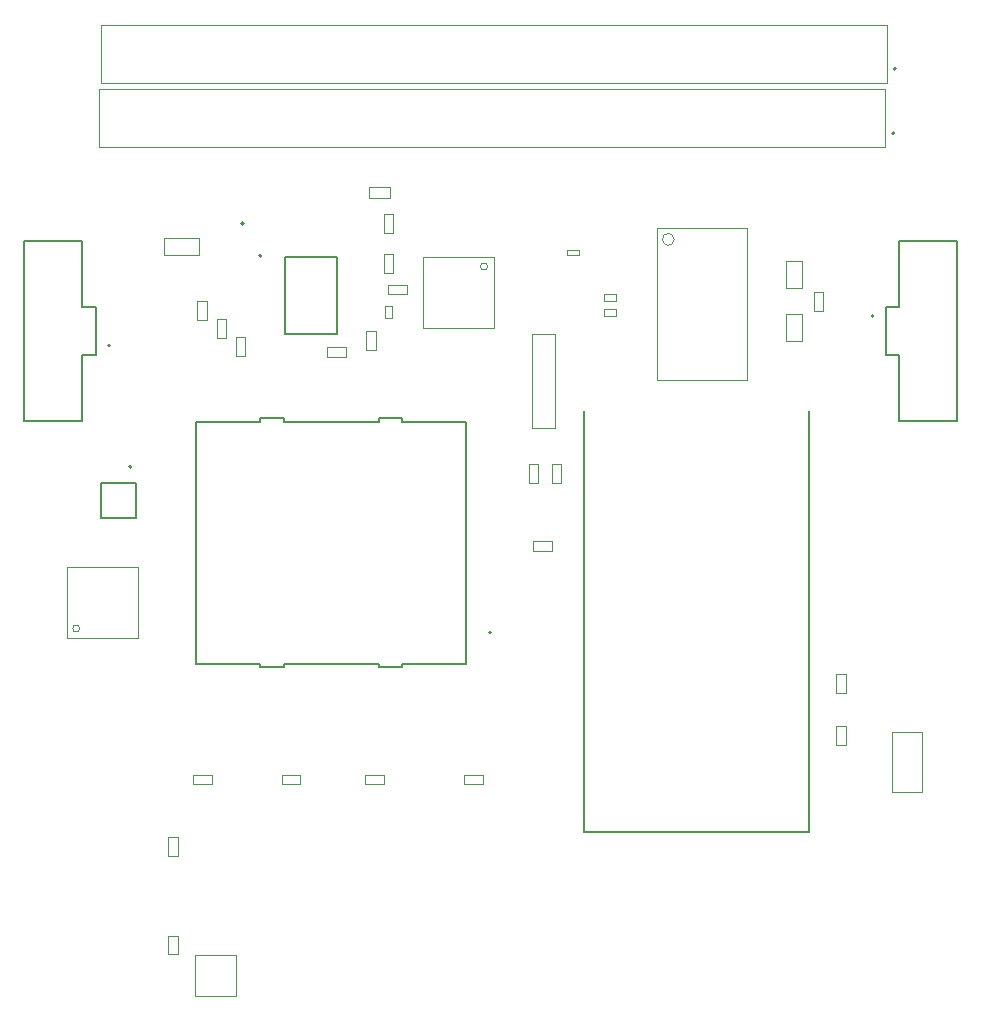
<source format=gbr>
%TF.GenerationSoftware,Altium Limited,Altium Designer,25.8.1 (18)*%
G04 Layer_Color=16711935*
%FSLAX45Y45*%
%MOMM*%
%TF.SameCoordinates,E40C52F6-B12D-486C-AAC2-1DB2447C0C70*%
%TF.FilePolarity,Positive*%
%TF.FileFunction,Other,Top_3D_Body*%
%TF.Part,Single*%
G01*
G75*
%TA.AperFunction,NonConductor*%
%ADD58C,0.20000*%
%ADD62C,0.15000*%
%ADD63C,0.12700*%
%ADD64C,0.10000*%
D58*
X4330949Y3785800D02*
G03*
X4330949Y3785800I-10000J0D01*
G01*
X1107500Y6215204D02*
G03*
X1107500Y6215204I-10000J0D01*
G01*
X1286901Y5189300D02*
G03*
X1286901Y5189300I-10000J0D01*
G01*
X2234948Y7249357D02*
G03*
X2234948Y7249357I-10000J0D01*
G01*
X2387448Y6975857D02*
G03*
X2387448Y6975857I-10000J0D01*
G01*
X7757901Y8559600D02*
G03*
X7757901Y8559600I-10000J0D01*
G01*
X7568902Y6465900D02*
G03*
X7568902Y6465900I-10000J0D01*
G01*
X7745201Y8013500D02*
G03*
X7745201Y8013500I-10000J0D01*
G01*
D62*
X5121900Y2097800D02*
Y5657800D01*
X7021900Y2097800D02*
Y5657800D01*
X5121900Y2097800D02*
X7021900D01*
D63*
X1834949Y3522800D02*
X2377949D01*
X2577949Y3492800D02*
Y3522800D01*
X2377949Y3492800D02*
X2577949D01*
X2377949D02*
Y3522800D01*
X2577949D02*
X3377949D01*
Y3492800D02*
Y3522800D01*
Y3492800D02*
X3577949D01*
Y3522800D01*
X4120949D01*
X3577949Y5572800D02*
X4120949D01*
X3377949D02*
Y5602800D01*
X3577949D01*
Y5572800D02*
Y5602800D01*
X2577949Y5572800D02*
X3377949D01*
X2377949D02*
Y5602800D01*
X2577949D01*
Y5572800D02*
Y5602800D01*
X1834949Y5572800D02*
X2377949D01*
X4120949Y3522800D02*
Y5572800D01*
X1834949Y3522800D02*
Y5572800D01*
X867500Y6135204D02*
X982500D01*
X867500Y6545204D02*
X982500D01*
Y6135204D02*
Y6545204D01*
X867500Y5580204D02*
Y6135204D01*
X377500Y5580204D02*
X867500D01*
X377500D02*
Y7100204D01*
X867500D01*
Y6545204D02*
Y7100204D01*
X1026901Y5052800D02*
X1326901D01*
X1026901Y4752800D02*
Y5052800D01*
Y4752800D02*
X1326901D01*
Y5052800D01*
X2589948Y6967357D02*
X3029948D01*
X2589948Y6317357D02*
X3029948D01*
X2589948D02*
Y6967357D01*
X3029948Y6317357D02*
Y6967357D01*
X7788902Y5580900D02*
Y6135900D01*
Y5580900D02*
X8278902D01*
Y7100900D01*
X7788902D02*
X8278902D01*
X7788902Y6545900D02*
Y7100900D01*
X7673902Y6135900D02*
Y6545900D01*
Y6135900D02*
X7788902D01*
X7673902Y6545900D02*
X7788902D01*
D64*
X848592Y3820785D02*
G03*
X848592Y3820785I-30000J0D01*
G01*
X4301575Y6884873D02*
G03*
X4301575Y6884873I-30000J0D01*
G01*
X5880979Y7114926D02*
G03*
X5880979Y7114926I-50000J0D01*
G01*
X4976900Y6979148D02*
Y7027926D01*
X5076900Y6979148D02*
Y7027926D01*
X4976900D02*
X5076900D01*
X4976900Y6979148D02*
X5076900D01*
X4843473Y5216101D02*
X4923473D01*
X4843473Y5056101D02*
X4923473D01*
Y5216101D01*
X4843473Y5056101D02*
Y5216101D01*
X4649890Y5056101D02*
X4729890D01*
X4649890Y5216101D02*
X4729890D01*
X4649890Y5056101D02*
Y5216101D01*
X4729890Y5056101D02*
Y5216101D01*
X7143401Y6511926D02*
Y6671926D01*
X7063401Y6511926D02*
Y6671926D01*
X7143401D01*
X7063401Y6511926D02*
X7143401D01*
X738595Y4340800D02*
X1338595D01*
X738595Y3740800D02*
Y4340800D01*
Y3740800D02*
X1338595D01*
Y4340800D01*
X1825000Y708125D02*
Y1053125D01*
Y708125D02*
X2170000D01*
Y1053125D01*
X1825000D02*
X2170000D01*
X7724319Y2434901D02*
X7978319D01*
Y2942901D01*
X7724319D02*
X7978319D01*
X7724319Y2434901D02*
Y2942901D01*
X4844890Y4478112D02*
Y4558112D01*
X4684890Y4478112D02*
Y4558112D01*
Y4478112D02*
X4844890D01*
X4684890Y4558112D02*
X4844890D01*
X5290000Y6591926D02*
X5390000D01*
X5290000Y6651926D02*
X5390000D01*
Y6591926D02*
Y6651926D01*
X5290000Y6591926D02*
Y6651926D01*
Y6464926D02*
X5390000D01*
X5290000Y6524926D02*
X5390000D01*
Y6464926D02*
Y6524926D01*
X5290000Y6464926D02*
Y6524926D01*
X6824879Y6699858D02*
X6959879D01*
X6824879Y6929858D02*
X6959879D01*
X6824879Y6699858D02*
Y6929858D01*
X6959879Y6699858D02*
Y6929858D01*
X6824879Y6482926D02*
X6959879D01*
X6824879Y6252926D02*
X6959879D01*
Y6482926D01*
X6824879Y6252926D02*
Y6482926D01*
X3299948Y7556262D02*
X3474948D01*
X3299948Y7461262D02*
X3474948D01*
X3299948D02*
Y7556262D01*
X3474948Y7461262D02*
Y7556262D01*
X3422448Y7171656D02*
X3502448D01*
X3422448Y7331656D02*
X3502448D01*
X3422448Y7171656D02*
Y7331656D01*
X3502448Y7171656D02*
Y7331656D01*
X3617448Y6652358D02*
Y6732357D01*
X3457448Y6652358D02*
Y6732357D01*
Y6652358D02*
X3617448D01*
X3457448Y6732357D02*
X3617448D01*
X2169948Y6129857D02*
X2249948D01*
X2169948Y6289857D02*
X2249948D01*
X2169948Y6129857D02*
Y6289857D01*
X2249948Y6129857D02*
Y6289857D01*
X2007448Y6279857D02*
X2087448D01*
X2007448Y6439857D02*
X2087448D01*
X2007448Y6279857D02*
Y6439857D01*
X2087448Y6279857D02*
Y6439857D01*
X1844948Y6429857D02*
X1924948D01*
X1844948Y6589857D02*
X1924948D01*
X1844948Y6429857D02*
Y6589857D01*
X1924948Y6429857D02*
Y6589857D01*
X1857578Y6984357D02*
Y7124357D01*
X1557578Y6984357D02*
Y7124357D01*
X1857578D01*
X1557578Y6984357D02*
X1857578D01*
X2943448Y6119858D02*
Y6199858D01*
X3103448Y6119858D02*
Y6199858D01*
X2943448D02*
X3103448D01*
X2943448Y6119858D02*
X3103448D01*
X3491198Y6448608D02*
Y6548607D01*
X3431198Y6448608D02*
Y6548607D01*
X3491198D01*
X3431198Y6448608D02*
X3491198D01*
X3275963Y6179858D02*
X3355963D01*
X3275963Y6339858D02*
X3355963D01*
X3275963Y6179858D02*
Y6339858D01*
X3355963Y6179858D02*
Y6339858D01*
X3422448Y6832357D02*
X3502448D01*
X3422448Y6992357D02*
X3502448D01*
X3422448Y6832357D02*
Y6992357D01*
X3502448Y6832357D02*
Y6992357D01*
X7254190Y3277800D02*
X7334190D01*
X7254190Y3437800D02*
X7334190D01*
X7254190Y3277800D02*
Y3437800D01*
X7334190Y3277800D02*
Y3437800D01*
X7254190Y2832800D02*
X7334190D01*
X7254190Y2992800D02*
X7334190D01*
X7254190Y2832800D02*
Y2992800D01*
X7334190Y2832800D02*
Y2992800D01*
X4264401Y2502800D02*
Y2582800D01*
X4104401Y2502800D02*
Y2582800D01*
Y2502800D02*
X4264401D01*
X4104401Y2582800D02*
X4264401D01*
X3424401Y2502800D02*
Y2582800D01*
X3264401Y2502800D02*
Y2582800D01*
Y2502800D02*
X3424401D01*
X3264401Y2582800D02*
X3424401D01*
X2716901Y2502800D02*
Y2582800D01*
X2556901Y2502800D02*
Y2582800D01*
Y2502800D02*
X2716901D01*
X2556901Y2582800D02*
X2716901D01*
X1965000Y2502800D02*
Y2582800D01*
X1805000Y2502800D02*
Y2582800D01*
Y2502800D02*
X1965000D01*
X1805000Y2582800D02*
X1965000D01*
X1599400Y2052800D02*
X1679400D01*
X1599400Y1892800D02*
X1679400D01*
Y2052800D01*
X1599400Y1892800D02*
Y2052800D01*
Y1220300D02*
X1679400D01*
X1599400Y1060300D02*
X1679400D01*
Y1220300D01*
X1599400Y1060300D02*
Y1220300D01*
X7682901Y8439100D02*
Y8934100D01*
X1027901D02*
X7682901D01*
X1027901Y8439100D02*
Y8934100D01*
Y8439100D02*
X7682901D01*
Y8934100D01*
X1027901D02*
X7682901D01*
X1027901Y8439100D02*
Y8934100D01*
X7670201Y7893000D02*
Y8388000D01*
X1015201D02*
X7670201D01*
X1015201Y7893000D02*
Y8388000D01*
Y7893000D02*
X7670201D01*
Y8388000D01*
X1015201D02*
X7670201D01*
X1015201Y7893000D02*
Y8388000D01*
X3751573Y6364857D02*
X4351572D01*
Y6964857D01*
X3751573D02*
X4351572D01*
X3751573Y6364857D02*
Y6964857D01*
X4674701Y5517500D02*
X4874701D01*
Y6317500D01*
X4674701D02*
X4874701D01*
X4674701Y5517500D02*
Y6317500D01*
X5735979Y5925526D02*
Y7209926D01*
X6494979Y5925526D02*
Y7209926D01*
X5735979D02*
X6494979D01*
X5735979Y5925526D02*
X6494979D01*
%TF.MD5,b128deb4cc260639675d2abed0f4f7de*%
M02*

</source>
